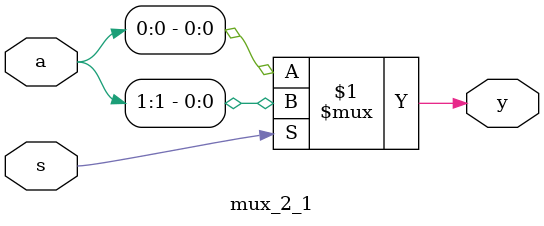
<source format=v>
module mux_2_1(a,s,y); // 2 by 1 mux 이름
input [1:0] a; // 리스트로 반복시켜 a를 두개 만들었다.
input s;
output y;

assign y = s ? a[1] : a[0];

endmodule
</source>
